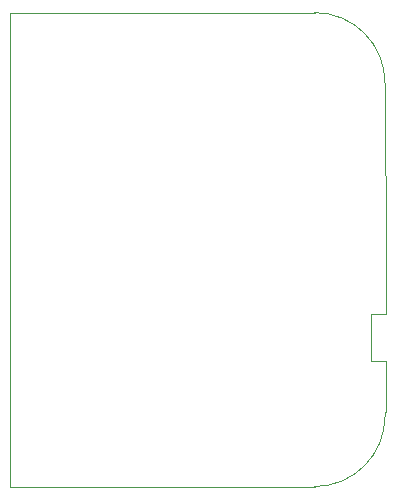
<source format=gm1>
G04 #@! TF.GenerationSoftware,KiCad,Pcbnew,(6.0.0)*
G04 #@! TF.CreationDate,2022-11-09T00:51:05-05:00*
G04 #@! TF.ProjectId,Arrington 4 voice equivalent SMD,41727269-6e67-4746-9f6e-203420766f69,rev?*
G04 #@! TF.SameCoordinates,Original*
G04 #@! TF.FileFunction,Profile,NP*
%FSLAX46Y46*%
G04 Gerber Fmt 4.6, Leading zero omitted, Abs format (unit mm)*
G04 Created by KiCad (PCBNEW (6.0.0)) date 2022-11-09 00:51:05*
%MOMM*%
%LPD*%
G01*
G04 APERTURE LIST*
G04 #@! TA.AperFunction,Profile*
%ADD10C,0.100000*%
G04 #@! TD*
G04 #@! TA.AperFunction,Profile*
%ADD11C,0.010000*%
G04 #@! TD*
G04 APERTURE END LIST*
D10*
X141481000Y-87630000D02*
X141528000Y-86962500D01*
X109728000Y-53467000D02*
X109728000Y-92583000D01*
X131702000Y-53467000D02*
X135512000Y-53467000D01*
X135512000Y-93599000D02*
G75*
G03*
X141481000Y-87630000I-1J5969001D01*
G01*
X141528000Y-74962500D02*
X141481000Y-59436000D01*
X141481000Y-59436000D02*
G75*
G03*
X135512000Y-53467000I-5969001J-1D01*
G01*
X135512000Y-93599000D02*
X109728000Y-93599000D01*
X131702000Y-53467000D02*
X109728000Y-53467000D01*
X109728000Y-92583000D02*
X109728000Y-93599000D01*
D11*
X140328000Y-78962500D02*
X141528000Y-78962500D01*
X141528000Y-86962500D02*
X141528000Y-82962500D01*
X140328000Y-82962500D02*
X140328000Y-78962500D01*
X141528000Y-78962500D02*
X141528000Y-74962500D01*
X141528000Y-82962500D02*
X140328000Y-82962500D01*
M02*

</source>
